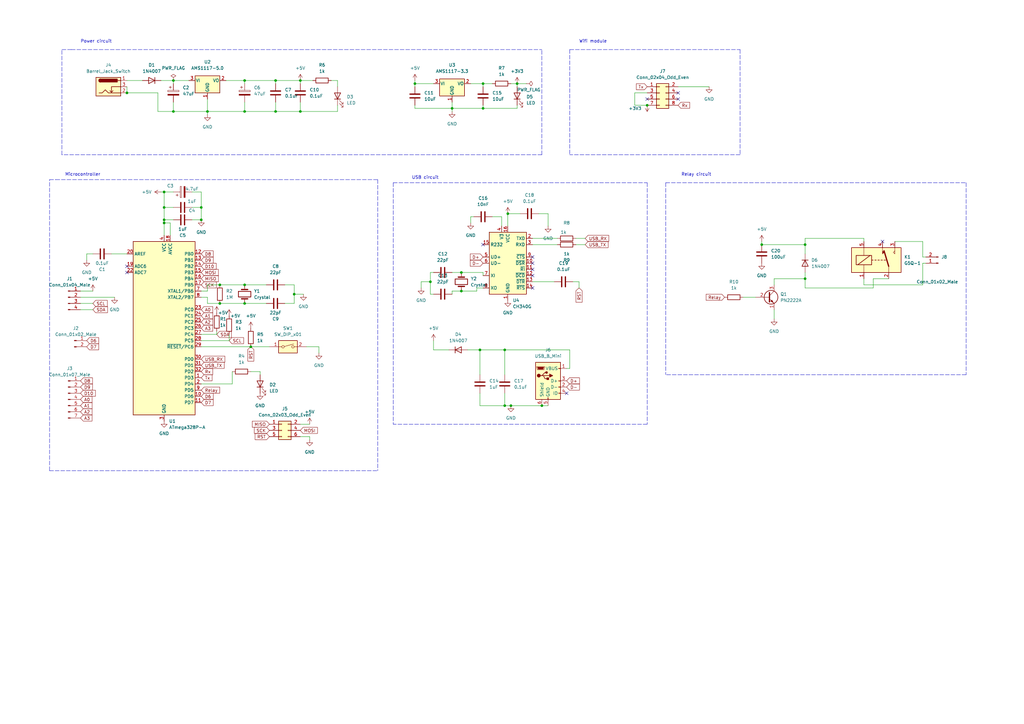
<source format=kicad_sch>
(kicad_sch (version 20211123) (generator eeschema)
  (paper "A3")
  (lib_symbols
    (symbol "Connector:Barrel_Jack_Switch" (pin_names hide)
      (property "Reference" "J" (at 0 5.334 0))
      (property "Value" "Barrel_Jack_Switch" (at 0 -5.08 0))
      (symbol "Barrel_Jack_Switch_1_1"
        (pin passive line (at 7.62 2.54 180) (length 2.54) (name "~") (number "1"))
        (pin passive line (at 7.62 -2.54 180) (length 2.54) (name "~") (number "2"))
        (pin passive line (at 7.62 0 180) (length 2.54) (name "~") (number "3"))
      )
    )
    (symbol "Connector:Conn_01x02_Male" (pin_names (offset 1.016) hide)
      (property "Reference" "J" (at 0 2.54 0))
      (property "Value" "Conn_01x02_Male" (at 0 -5.08 0))
      (symbol "Conn_01x02_Male_1_1"
        (pin passive line (at 5.08 0 180) (length 3.81) (name "Pin_1") (number "1"))
        (pin passive line (at 5.08 -2.54 180) (length 3.81) (name "Pin_2") (number "2"))
      )
    )
    (symbol "Connector:Conn_01x04_Male" (pin_names (offset 1.016) hide)
      (property "Reference" "J" (at 0 5.08 0))
      (property "Value" "Conn_01x04_Male" (at 0 -7.62 0))
      (symbol "Conn_01x04_Male_1_1"
        (pin passive line (at 5.08 2.54 180) (length 3.81) (name "Pin_1") (number "1"))
        (pin passive line (at 5.08 0 180) (length 3.81) (name "Pin_2") (number "2"))
        (pin passive line (at 5.08 -2.54 180) (length 3.81) (name "Pin_3") (number "3"))
        (pin passive line (at 5.08 -5.08 180) (length 3.81) (name "Pin_4") (number "4"))
      )
    )
    (symbol "Connector:Conn_01x07_Male" (pin_names (offset 1.016) hide)
      (property "Reference" "J" (at 0 10.16 0))
      (property "Value" "Conn_01x07_Male" (at 0 -10.16 0))
      (symbol "Conn_01x07_Male_1_1"
        (pin passive line (at 5.08 7.62 180) (length 3.81) (name "Pin_1") (number "1"))
        (pin passive line (at 5.08 5.08 180) (length 3.81) (name "Pin_2") (number "2"))
        (pin passive line (at 5.08 2.54 180) (length 3.81) (name "Pin_3") (number "3"))
        (pin passive line (at 5.08 0 180) (length 3.81) (name "Pin_4") (number "4"))
        (pin passive line (at 5.08 -2.54 180) (length 3.81) (name "Pin_5") (number "5"))
        (pin passive line (at 5.08 -5.08 180) (length 3.81) (name "Pin_6") (number "6"))
        (pin passive line (at 5.08 -7.62 180) (length 3.81) (name "Pin_7") (number "7"))
      )
    )
    (symbol "Connector:USB_B_Mini" (pin_names (offset 1.016))
      (property "Reference" "J" (at -5.08 11.43 0))
      (property "Value" "USB_B_Mini" (at -5.08 8.89 0))
      (symbol "USB_B_Mini_1_1"
        (pin power_out line (at 7.62 5.08 180) (length 2.54) (name "VBUS") (number "1"))
        (pin bidirectional line (at 7.62 -2.54 180) (length 2.54) (name "D-") (number "2"))
        (pin bidirectional line (at 7.62 0 180) (length 2.54) (name "D+") (number "3"))
        (pin passive line (at 7.62 -5.08 180) (length 2.54) (name "ID") (number "4"))
        (pin power_out line (at 0 -10.16 90) (length 2.54) (name "GND") (number "5"))
        (pin passive line (at -2.54 -10.16 90) (length 2.54) (name "Shield") (number "6"))
      )
    )
    (symbol "Connector_Generic:Conn_02x03_Odd_Even" (pin_names (offset 1.016) hide)
      (property "Reference" "J" (at 1.27 5.08 0))
      (property "Value" "Conn_02x03_Odd_Even" (at 1.27 -5.08 0))
      (symbol "Conn_02x03_Odd_Even_1_1"
        (pin passive line (at -5.08 2.54 0) (length 3.81) (name "Pin_1") (number "1"))
        (pin passive line (at 7.62 2.54 180) (length 3.81) (name "Pin_2") (number "2"))
        (pin passive line (at -5.08 0 0) (length 3.81) (name "Pin_3") (number "3"))
        (pin passive line (at 7.62 0 180) (length 3.81) (name "Pin_4") (number "4"))
        (pin passive line (at -5.08 -2.54 0) (length 3.81) (name "Pin_5") (number "5"))
        (pin passive line (at 7.62 -2.54 180) (length 3.81) (name "Pin_6") (number "6"))
      )
    )
    (symbol "Connector_Generic:Conn_02x04_Odd_Even" (pin_names (offset 1.016) hide)
      (property "Reference" "J" (at 1.27 5.08 0))
      (property "Value" "Conn_02x04_Odd_Even" (at 1.27 -7.62 0))
      (symbol "Conn_02x04_Odd_Even_1_1"
        (pin passive line (at -5.08 2.54 0) (length 3.81) (name "Pin_1") (number "1"))
        (pin passive line (at 7.62 2.54 180) (length 3.81) (name "Pin_2") (number "2"))
        (pin passive line (at -5.08 0 0) (length 3.81) (name "Pin_3") (number "3"))
        (pin passive line (at 7.62 0 180) (length 3.81) (name "Pin_4") (number "4"))
        (pin passive line (at -5.08 -2.54 0) (length 3.81) (name "Pin_5") (number "5"))
        (pin passive line (at 7.62 -2.54 180) (length 3.81) (name "Pin_6") (number "6"))
        (pin passive line (at -5.08 -5.08 0) (length 3.81) (name "Pin_7") (number "7"))
        (pin passive line (at 7.62 -5.08 180) (length 3.81) (name "Pin_8") (number "8"))
      )
    )
    (symbol "Device:C" (pin_numbers hide) (pin_names (offset 0.254))
      (property "Reference" "C" (at 0.635 2.54 0))
      (property "Value" "C" (at 0.635 -2.54 0))
      (symbol "C_1_1"
        (pin passive line (at 0 3.81 270) (length 2.794) (name "~") (number "1"))
        (pin passive line (at 0 -3.81 90) (length 2.794) (name "~") (number "2"))
      )
    )
    (symbol "Device:C_Polarized" (pin_numbers hide) (pin_names (offset 0.254))
      (property "Reference" "C" (at 0.635 2.54 0))
      (property "Value" "C_Polarized" (at 0.635 -2.54 0))
      (symbol "C_Polarized_1_1"
        (pin passive line (at 0 3.81 270) (length 2.794) (name "~") (number "1"))
        (pin passive line (at 0 -3.81 90) (length 2.794) (name "~") (number "2"))
      )
    )
    (symbol "Device:Crystal" (pin_numbers hide) (pin_names (offset 1.016) hide)
      (property "Reference" "Y" (at 0 3.81 0))
      (property "Value" "Crystal" (at 0 -3.81 0))
      (symbol "Crystal_1_1"
        (pin passive line (at -3.81 0 0) (length 1.27) (name "1") (number "1"))
        (pin passive line (at 3.81 0 180) (length 1.27) (name "2") (number "2"))
      )
    )
    (symbol "Device:LED" (pin_numbers hide) (pin_names (offset 1.016) hide)
      (property "Reference" "D" (at 0 2.54 0))
      (property "Value" "LED" (at 0 -2.54 0))
      (symbol "LED_1_1"
        (pin passive line (at -3.81 0 0) (length 2.54) (name "K") (number "1"))
        (pin passive line (at 3.81 0 180) (length 2.54) (name "A") (number "2"))
      )
    )
    (symbol "Device:R" (pin_numbers hide) (pin_names (offset 0))
      (property "Reference" "R" (at 2.032 0 90))
      (property "Value" "R" (at 0 0 90))
      (symbol "R_1_1"
        (pin passive line (at 0 3.81 270) (length 1.27) (name "~") (number "1"))
        (pin passive line (at 0 -3.81 90) (length 1.27) (name "~") (number "2"))
      )
    )
    (symbol "Diode:1N4007" (pin_numbers hide) (pin_names (offset 1.016) hide)
      (property "Reference" "D" (at 0 2.54 0))
      (property "Value" "1N4007" (at 0 -2.54 0))
      (symbol "1N4007_1_1"
        (pin passive line (at -3.81 0 0) (length 2.54) (name "K") (number "1"))
        (pin passive line (at 3.81 0 180) (length 2.54) (name "A") (number "2"))
      )
    )
    (symbol "Interface_USB:CH340G"
      (property "Reference" "U" (at -5.08 13.97 0))
      (property "Value" "CH340G" (at 1.27 13.97 0))
      (symbol "CH340G_1_1"
        (pin power_in line (at 0 -15.24 90) (length 2.54) (name "GND") (number "1"))
        (pin input line (at 10.16 0 180) (length 2.54) (name "~{DSR}") (number "10"))
        (pin input line (at 10.16 -2.54 180) (length 2.54) (name "~{RI}") (number "11"))
        (pin input line (at 10.16 -5.08 180) (length 2.54) (name "~{DCD}") (number "12"))
        (pin output line (at 10.16 -7.62 180) (length 2.54) (name "~{DTR}") (number "13"))
        (pin output line (at 10.16 -10.16 180) (length 2.54) (name "~{RTS}") (number "14"))
        (pin input line (at -10.16 7.62 0) (length 2.54) (name "R232") (number "15"))
        (pin power_in line (at 0 15.24 270) (length 2.54) (name "VCC") (number "16"))
        (pin output line (at 10.16 10.16 180) (length 2.54) (name "TXD") (number "2"))
        (pin input line (at 10.16 7.62 180) (length 2.54) (name "RXD") (number "3"))
        (pin passive line (at -2.54 15.24 270) (length 2.54) (name "V3") (number "4"))
        (pin bidirectional line (at -10.16 2.54 0) (length 2.54) (name "UD+") (number "5"))
        (pin bidirectional line (at -10.16 0 0) (length 2.54) (name "UD-") (number "6"))
        (pin input line (at -10.16 -5.08 0) (length 2.54) (name "XI") (number "7"))
        (pin output line (at -10.16 -10.16 0) (length 2.54) (name "XO") (number "8"))
        (pin input line (at 10.16 2.54 180) (length 2.54) (name "~{CTS}") (number "9"))
      )
    )
    (symbol "MCU_Microchip_ATmega:ATmega328P-A"
      (property "Reference" "U" (at -12.7 36.83 0))
      (property "Value" "ATmega328P-A" (at 2.54 -36.83 0))
      (symbol "ATmega328P-A_1_1"
        (pin bidirectional line (at 15.24 -20.32 180) (length 2.54) (name "PD3") (number "1"))
        (pin bidirectional line (at 15.24 -27.94 180) (length 2.54) (name "PD6") (number "10"))
        (pin bidirectional line (at 15.24 -30.48 180) (length 2.54) (name "PD7") (number "11"))
        (pin bidirectional line (at 15.24 30.48 180) (length 2.54) (name "PB0") (number "12"))
        (pin bidirectional line (at 15.24 27.94 180) (length 2.54) (name "PB1") (number "13"))
        (pin bidirectional line (at 15.24 25.4 180) (length 2.54) (name "PB2") (number "14"))
        (pin bidirectional line (at 15.24 22.86 180) (length 2.54) (name "PB3") (number "15"))
        (pin bidirectional line (at 15.24 20.32 180) (length 2.54) (name "PB4") (number "16"))
        (pin bidirectional line (at 15.24 17.78 180) (length 2.54) (name "PB5") (number "17"))
        (pin power_in line (at 2.54 38.1 270) (length 2.54) (name "AVCC") (number "18"))
        (pin input line (at -15.24 25.4 0) (length 2.54) (name "ADC6") (number "19"))
        (pin bidirectional line (at 15.24 -22.86 180) (length 2.54) (name "PD4") (number "2"))
        (pin passive line (at -15.24 30.48 0) (length 2.54) (name "AREF") (number "20"))
        (pin passive line (at 0 -38.1 90) (length 2.54) hide (name "GND") (number "21"))
        (pin input line (at -15.24 22.86 0) (length 2.54) (name "ADC7") (number "22"))
        (pin bidirectional line (at 15.24 7.62 180) (length 2.54) (name "PC0") (number "23"))
        (pin bidirectional line (at 15.24 5.08 180) (length 2.54) (name "PC1") (number "24"))
        (pin bidirectional line (at 15.24 2.54 180) (length 2.54) (name "PC2") (number "25"))
        (pin bidirectional line (at 15.24 0 180) (length 2.54) (name "PC3") (number "26"))
        (pin bidirectional line (at 15.24 -2.54 180) (length 2.54) (name "PC4") (number "27"))
        (pin bidirectional line (at 15.24 -5.08 180) (length 2.54) (name "PC5") (number "28"))
        (pin bidirectional line (at 15.24 -7.62 180) (length 2.54) (name "~{RESET}/PC6") (number "29"))
        (pin power_in line (at 0 -38.1 90) (length 2.54) (name "GND") (number "3"))
        (pin bidirectional line (at 15.24 -12.7 180) (length 2.54) (name "PD0") (number "30"))
        (pin bidirectional line (at 15.24 -15.24 180) (length 2.54) (name "PD1") (number "31"))
        (pin bidirectional line (at 15.24 -17.78 180) (length 2.54) (name "PD2") (number "32"))
        (pin power_in line (at 0 38.1 270) (length 2.54) (name "VCC") (number "4"))
        (pin passive line (at 0 -38.1 90) (length 2.54) hide (name "GND") (number "5"))
        (pin passive line (at 0 38.1 270) (length 2.54) hide (name "VCC") (number "6"))
        (pin bidirectional line (at 15.24 15.24 180) (length 2.54) (name "XTAL1/PB6") (number "7"))
        (pin bidirectional line (at 15.24 12.7 180) (length 2.54) (name "XTAL2/PB7") (number "8"))
        (pin bidirectional line (at 15.24 -25.4 180) (length 2.54) (name "PD5") (number "9"))
      )
    )
    (symbol "Regulator_Linear:AMS1117-3.3" (pin_names (offset 0.254))
      (property "Reference" "U" (at -3.81 3.175 0))
      (property "Value" "AMS1117-3.3" (at 0 3.175 0))
      (symbol "AMS1117-3.3_1_1"
        (pin power_in line (at 0 -7.62 90) (length 2.54) (name "GND") (number "1"))
        (pin power_out line (at 7.62 0 180) (length 2.54) (name "VO") (number "2"))
        (pin power_in line (at -7.62 0 0) (length 2.54) (name "VI") (number "3"))
      )
    )
    (symbol "Regulator_Linear:AMS1117-5.0" (pin_names (offset 0.254))
      (property "Reference" "U" (at -3.81 3.175 0))
      (property "Value" "AMS1117-5.0" (at 0 3.175 0))
      (symbol "AMS1117-5.0_1_1"
        (pin power_in line (at 0 -7.62 90) (length 2.54) (name "GND") (number "1"))
        (pin power_out line (at 7.62 0 180) (length 2.54) (name "VO") (number "2"))
        (pin power_in line (at -7.62 0 0) (length 2.54) (name "VI") (number "3"))
      )
    )
    (symbol "Relay:G5Q-1"
      (property "Reference" "K" (at 11.43 3.81 0))
      (property "Value" "G5Q-1" (at 11.43 1.27 0))
      (symbol "G5Q-1_1_1"
        (pin passive line (at -5.08 -7.62 90) (length 2.54) (name "~") (number "1"))
        (pin passive line (at 5.08 -7.62 90) (length 2.54) (name "~") (number "2"))
        (pin passive line (at 7.62 7.62 270) (length 2.54) (name "~") (number "3"))
        (pin passive line (at 2.54 7.62 270) (length 2.54) (name "~") (number "4"))
        (pin passive line (at -5.08 7.62 270) (length 2.54) (name "~") (number "5"))
      )
    )
    (symbol "Switch:SW_DIP_x01" (pin_names (offset 0) hide)
      (property "Reference" "SW" (at 0 3.81 0))
      (property "Value" "SW_DIP_x01" (at 0 -3.81 0))
      (symbol "SW_DIP_x01_1_1"
        (pin passive line (at -7.62 0 0) (length 5.08) (name "~") (number "1"))
        (pin passive line (at 7.62 0 180) (length 5.08) (name "~") (number "2"))
      )
    )
    (symbol "Transistor_BJT:PN2222A" (pin_names (offset 0) hide)
      (property "Reference" "Q" (at 5.08 1.905 0))
      (property "Value" "PN2222A" (at 5.08 0 0))
      (symbol "PN2222A_1_1"
        (pin passive line (at 2.54 -5.08 90) (length 2.54) (name "E") (number "1"))
        (pin input line (at -5.08 0 0) (length 5.08) (name "B") (number "2"))
        (pin passive line (at 2.54 5.08 270) (length 2.54) (name "C") (number "3"))
      )
    )
    (symbol "power:+3.3V" (power) (pin_names (offset 0))
      (property "Value" "+3.3V" (at 0 3.556 0))
      (symbol "+3.3V_1_1"
        (pin power_in line (at 0 0 90) (length 0) hide (name "+3V3") (number "1"))
      )
    )
    (symbol "power:+5V" (power) (pin_names (offset 0))
      (property "Value" "+5V" (at 0 3.556 0))
      (symbol "+5V_1_1"
        (pin power_in line (at 0 0 90) (length 0) hide (name "+5V") (number "1"))
      )
    )
    (symbol "power:GND" (power) (pin_names (offset 0))
      (property "Value" "GND" (at 0 -3.81 0))
      (symbol "GND_1_1"
        (pin power_in line (at 0 0 270) (length 0) hide (name "GND") (number "1"))
      )
    )
    (symbol "power:PWR_FLAG" (power) (pin_numbers hide) (pin_names (offset 0) hide)
      (property "Value" "PWR_FLAG" (at 0 3.81 0))
      (symbol "PWR_FLAG_0_0"
        (pin power_out line (at 0 0 90) (length 0) (name "pwr") (number "1"))
      )
    )
  )
  (junction (at 265.43 43.18))
  (junction (at 198.12 34.29))
  (junction (at 52.07 38.1))
  (junction (at 170.18 34.29))
  (junction (at 67.31 90.17))
  (junction (at 82.55 85.09))
  (junction (at 67.31 85.09))
  (junction (at 100.33 45.72))
  (junction (at 90.17 116.84))
  (junction (at 189.23 111.76))
  (junction (at 123.19 33.02))
  (junction (at 196.85 143.51))
  (junction (at 198.12 44.45))
  (junction (at 82.55 90.17))
  (junction (at 85.09 45.72))
  (junction (at 113.03 45.72))
  (junction (at 71.12 45.72))
  (junction (at 207.01 143.51))
  (junction (at 67.31 91.44))
  (junction (at 100.33 116.84))
  (junction (at 113.03 33.02))
  (junction (at 71.12 33.02))
  (junction (at 189.23 119.38))
  (junction (at 100.33 124.46))
  (junction (at 330.2 114.3))
  (junction (at 209.55 166.37))
  (junction (at 102.87 142.24))
  (junction (at 176.53 115.57))
  (junction (at 90.17 124.46))
  (junction (at 120.65 120.65))
  (junction (at 100.33 33.02))
  (junction (at 312.42 100.33))
  (junction (at 123.19 45.72))
  (junction (at 212.09 34.29))
  (junction (at 67.31 78.74))
  (junction (at 208.28 87.63))
  (junction (at 207.01 166.37))
  (junction (at 330.2 100.33))
  (junction (at 222.25 166.37))
  (junction (at 185.42 44.45))
  (no_connect (at 278.13 38.1))
  (no_connect (at 278.13 40.64))
  (no_connect (at 52.07 109.22))
  (no_connect (at 218.44 110.49))
  (no_connect (at 52.07 111.76))
  (no_connect (at 218.44 118.11))
  (no_connect (at 198.12 100.33))
  (no_connect (at 265.43 40.64))
  (no_connect (at 218.44 107.95))
  (no_connect (at 218.44 105.41))
  (no_connect (at 232.41 161.29))
  (no_connect (at 218.44 113.03))
  (no_connect (at 361.95 99.06))
  (wire (pts (xy 67.31 90.17) (xy 71.12 90.17)))
  (wire (pts (xy 33.02 124.46) (xy 38.1 124.46)))
  (wire (pts (xy 120.65 120.65) (xy 120.65 124.46)))
  (polyline (pts (xy 273.05 74.93) (xy 273.05 153.67)))
  (wire (pts (xy 379.73 107.95) (xy 378.46 107.95)))
  (wire (pts (xy 45.72 104.14) (xy 52.07 104.14)))
  (wire (pts (xy 196.85 166.37) (xy 207.01 166.37)))
  (wire (pts (xy 196.85 143.51) (xy 207.01 143.51)))
  (wire (pts (xy 358.14 114.3) (xy 358.14 118.11)))
  (wire (pts (xy 177.8 143.51) (xy 184.15 143.51)))
  (wire (pts (xy 92.71 33.02) (xy 100.33 33.02)))
  (wire (pts (xy 212.09 34.29) (xy 212.09 35.56)))
  (wire (pts (xy 260.35 38.1) (xy 260.35 43.18)))
  (wire (pts (xy 127 179.07) (xy 127 180.34)))
  (wire (pts (xy 213.36 87.63) (xy 208.28 87.63)))
  (wire (pts (xy 195.58 118.11) (xy 198.12 118.11)))
  (wire (pts (xy 260.35 43.18) (xy 265.43 43.18)))
  (wire (pts (xy 207.01 166.37) (xy 209.55 166.37)))
  (wire (pts (xy 106.68 152.4) (xy 106.68 153.67)))
  (wire (pts (xy 120.65 116.84) (xy 120.65 120.65)))
  (polyline (pts (xy 25.4 20.32) (xy 29.21 20.32)))
  (polyline (pts (xy 20.32 193.04) (xy 154.94 193.04)))
  (wire (pts (xy 71.12 33.02) (xy 77.47 33.02)))
  (wire (pts (xy 67.31 78.74) (xy 67.31 85.09)))
  (wire (pts (xy 367.03 99.06) (xy 378.46 99.06)))
  (wire (pts (xy 172.72 115.57) (xy 172.72 118.11)))
  (wire (pts (xy 170.18 44.45) (xy 185.42 44.45)))
  (wire (pts (xy 64.77 38.1) (xy 64.77 45.72)))
  (wire (pts (xy 113.03 33.02) (xy 113.03 34.29)))
  (wire (pts (xy 205.74 88.9) (xy 205.74 92.71)))
  (wire (pts (xy 209.55 34.29) (xy 212.09 34.29)))
  (wire (pts (xy 201.93 88.9) (xy 205.74 88.9)))
  (wire (pts (xy 113.03 45.72) (xy 123.19 45.72)))
  (wire (pts (xy 237.49 115.57) (xy 237.49 118.11)))
  (wire (pts (xy 378.46 105.41) (xy 379.73 105.41)))
  (wire (pts (xy 78.74 90.17) (xy 82.55 90.17)))
  (wire (pts (xy 176.53 115.57) (xy 172.72 115.57)))
  (wire (pts (xy 196.85 153.67) (xy 196.85 143.51)))
  (wire (pts (xy 378.46 107.95) (xy 378.46 116.84)))
  (polyline (pts (xy 154.94 73.66) (xy 154.94 193.04)))
  (wire (pts (xy 198.12 43.18) (xy 198.12 44.45)))
  (wire (pts (xy 82.55 119.38) (xy 85.09 119.38)))
  (wire (pts (xy 209.55 166.37) (xy 222.25 166.37)))
  (wire (pts (xy 198.12 34.29) (xy 201.93 34.29)))
  (wire (pts (xy 123.19 33.02) (xy 123.19 34.29)))
  (wire (pts (xy 236.22 97.79) (xy 240.03 97.79)))
  (wire (pts (xy 82.55 137.16) (xy 88.9 137.16)))
  (wire (pts (xy 265.43 38.1) (xy 260.35 38.1)))
  (wire (pts (xy 193.04 88.9) (xy 193.04 91.44)))
  (wire (pts (xy 82.55 139.7) (xy 93.98 139.7)))
  (wire (pts (xy 67.31 85.09) (xy 71.12 85.09)))
  (wire (pts (xy 176.53 111.76) (xy 176.53 115.57)))
  (wire (pts (xy 88.9 135.89) (xy 88.9 137.16)))
  (wire (pts (xy 224.79 87.63) (xy 224.79 92.71)))
  (wire (pts (xy 102.87 142.24) (xy 110.49 142.24)))
  (wire (pts (xy 90.17 124.46) (xy 100.33 124.46)))
  (wire (pts (xy 191.77 143.51) (xy 196.85 143.51)))
  (wire (pts (xy 66.04 78.74) (xy 67.31 78.74)))
  (wire (pts (xy 312.42 100.33) (xy 330.2 100.33)))
  (wire (pts (xy 123.19 45.72) (xy 138.43 45.72)))
  (wire (pts (xy 189.23 119.38) (xy 185.42 119.38)))
  (wire (pts (xy 207.01 161.29) (xy 207.01 166.37)))
  (polyline (pts (xy 222.25 63.5) (xy 25.4 63.5)))
  (polyline (pts (xy 265.43 173.99) (xy 161.29 173.99)))
  (wire (pts (xy 67.31 96.52) (xy 67.31 91.44)))
  (wire (pts (xy 33.02 119.38) (xy 38.1 119.38)))
  (wire (pts (xy 85.09 121.92) (xy 85.09 124.46)))
  (wire (pts (xy 138.43 45.72) (xy 138.43 43.18)))
  (wire (pts (xy 113.03 41.91) (xy 113.03 45.72)))
  (wire (pts (xy 123.19 45.72) (xy 123.19 41.91)))
  (wire (pts (xy 82.55 78.74) (xy 82.55 85.09)))
  (wire (pts (xy 100.33 33.02) (xy 100.33 34.29)))
  (wire (pts (xy 185.42 111.76) (xy 189.23 111.76)))
  (polyline (pts (xy 25.4 63.5) (xy 25.4 20.32)))
  (wire (pts (xy 170.18 33.02) (xy 170.18 34.29)))
  (polyline (pts (xy 22.86 73.66) (xy 154.94 73.66)))
  (wire (pts (xy 33.02 127) (xy 38.1 127)))
  (wire (pts (xy 218.44 100.33) (xy 228.6 100.33)))
  (wire (pts (xy 85.09 124.46) (xy 90.17 124.46)))
  (wire (pts (xy 304.8 121.92) (xy 309.88 121.92)))
  (wire (pts (xy 176.53 111.76) (xy 177.8 111.76)))
  (wire (pts (xy 330.2 100.33) (xy 330.2 104.14)))
  (wire (pts (xy 33.02 121.92) (xy 46.99 121.92)))
  (wire (pts (xy 176.53 115.57) (xy 176.53 120.65)))
  (wire (pts (xy 234.95 115.57) (xy 237.49 115.57)))
  (wire (pts (xy 66.04 33.02) (xy 71.12 33.02)))
  (polyline (pts (xy 222.25 63.5) (xy 222.25 20.32)))
  (wire (pts (xy 354.33 116.84) (xy 378.46 116.84)))
  (wire (pts (xy 71.12 41.91) (xy 71.12 45.72)))
  (wire (pts (xy 317.5 116.84) (xy 317.5 114.3)))
  (wire (pts (xy 71.12 45.72) (xy 85.09 45.72)))
  (wire (pts (xy 82.55 142.24) (xy 102.87 142.24)))
  (wire (pts (xy 354.33 114.3) (xy 354.33 116.84)))
  (wire (pts (xy 212.09 43.18) (xy 212.09 44.45)))
  (wire (pts (xy 189.23 111.76) (xy 198.12 111.76)))
  (wire (pts (xy 233.68 151.13) (xy 233.68 143.51)))
  (polyline (pts (xy 396.24 74.93) (xy 396.24 153.67)))
  (wire (pts (xy 100.33 116.84) (xy 109.22 116.84)))
  (wire (pts (xy 170.18 34.29) (xy 170.18 35.56)))
  (wire (pts (xy 85.09 116.84) (xy 90.17 116.84)))
  (polyline (pts (xy 303.53 63.5) (xy 233.68 63.5)))
  (polyline (pts (xy 161.29 74.93) (xy 161.29 173.99)))
  (wire (pts (xy 195.58 118.11) (xy 195.58 119.38)))
  (wire (pts (xy 52.07 38.1) (xy 64.77 38.1)))
  (wire (pts (xy 113.03 33.02) (xy 123.19 33.02)))
  (wire (pts (xy 218.44 97.79) (xy 228.6 97.79)))
  (wire (pts (xy 82.55 85.09) (xy 82.55 90.17)))
  (wire (pts (xy 198.12 111.76) (xy 198.12 113.03)))
  (wire (pts (xy 312.42 99.06) (xy 312.42 100.33)))
  (polyline (pts (xy 29.21 20.32) (xy 222.25 20.32)))
  (wire (pts (xy 222.25 166.37) (xy 224.79 166.37)))
  (wire (pts (xy 138.43 33.02) (xy 138.43 35.56)))
  (wire (pts (xy 82.55 121.92) (xy 85.09 121.92)))
  (wire (pts (xy 317.5 114.3) (xy 330.2 114.3)))
  (wire (pts (xy 330.2 118.11) (xy 358.14 118.11)))
  (wire (pts (xy 185.42 119.38) (xy 185.42 120.65)))
  (polyline (pts (xy 273.05 74.93) (xy 396.24 74.93)))
  (wire (pts (xy 116.84 116.84) (xy 120.65 116.84)))
  (wire (pts (xy 100.33 41.91) (xy 100.33 45.72)))
  (wire (pts (xy 90.17 116.84) (xy 100.33 116.84)))
  (polyline (pts (xy 233.68 20.32) (xy 303.53 20.32)))
  (wire (pts (xy 123.19 179.07) (xy 127 179.07)))
  (wire (pts (xy 67.31 91.44) (xy 69.85 91.44)))
  (polyline (pts (xy 303.53 20.32) (xy 303.53 63.5)))
  (wire (pts (xy 64.77 45.72) (xy 71.12 45.72)))
  (wire (pts (xy 69.85 91.44) (xy 69.85 96.52)))
  (polyline (pts (xy 396.24 153.67) (xy 273.05 153.67)))
  (wire (pts (xy 177.8 139.7) (xy 177.8 143.51)))
  (wire (pts (xy 207.01 143.51) (xy 207.01 153.67)))
  (polyline (pts (xy 233.68 20.32) (xy 233.68 63.5)))
  (wire (pts (xy 100.33 33.02) (xy 113.03 33.02)))
  (wire (pts (xy 170.18 34.29) (xy 177.8 34.29)))
  (wire (pts (xy 52.07 35.56) (xy 52.07 38.1)))
  (wire (pts (xy 85.09 119.38) (xy 85.09 116.84)))
  (wire (pts (xy 278.13 35.56) (xy 290.83 35.56)))
  (wire (pts (xy 95.25 157.48) (xy 82.55 157.48)))
  (wire (pts (xy 176.53 120.65) (xy 177.8 120.65)))
  (wire (pts (xy 95.25 152.4) (xy 95.25 157.48)))
  (wire (pts (xy 100.33 45.72) (xy 113.03 45.72)))
  (wire (pts (xy 378.46 99.06) (xy 378.46 105.41)))
  (wire (pts (xy 93.98 139.7) (xy 93.98 137.16)))
  (wire (pts (xy 125.73 142.24) (xy 130.81 142.24)))
  (wire (pts (xy 208.28 87.63) (xy 208.28 92.71)))
  (wire (pts (xy 123.19 33.02) (xy 128.27 33.02)))
  (wire (pts (xy 233.68 143.51) (xy 207.01 143.51)))
  (polyline (pts (xy 161.29 74.93) (xy 265.43 74.93)))
  (wire (pts (xy 67.31 85.09) (xy 67.31 90.17)))
  (wire (pts (xy 195.58 119.38) (xy 189.23 119.38)))
  (polyline (pts (xy 265.43 74.93) (xy 265.43 173.99)))
  (wire (pts (xy 35.56 104.14) (xy 35.56 106.68)))
  (polyline (pts (xy 20.32 193.04) (xy 20.32 73.66)))
  (wire (pts (xy 185.42 44.45) (xy 185.42 45.72)))
  (wire (pts (xy 193.04 34.29) (xy 198.12 34.29)))
  (wire (pts (xy 196.85 161.29) (xy 196.85 166.37)))
  (wire (pts (xy 317.5 127) (xy 317.5 130.81)))
  (wire (pts (xy 78.74 85.09) (xy 82.55 85.09)))
  (wire (pts (xy 330.2 118.11) (xy 330.2 114.3)))
  (wire (pts (xy 67.31 90.17) (xy 67.31 91.44)))
  (wire (pts (xy 52.07 33.02) (xy 58.42 33.02)))
  (wire (pts (xy 198.12 44.45) (xy 185.42 44.45)))
  (wire (pts (xy 130.81 142.24) (xy 130.81 144.78)))
  (wire (pts (xy 85.09 45.72) (xy 100.33 45.72)))
  (wire (pts (xy 85.09 40.64) (xy 85.09 45.72)))
  (wire (pts (xy 198.12 34.29) (xy 198.12 35.56)))
  (wire (pts (xy 218.44 115.57) (xy 227.33 115.57)))
  (wire (pts (xy 102.87 152.4) (xy 106.68 152.4)))
  (wire (pts (xy 185.42 44.45) (xy 185.42 41.91)))
  (wire (pts (xy 67.31 78.74) (xy 71.12 78.74)))
  (wire (pts (xy 71.12 33.02) (xy 71.12 34.29)))
  (wire (pts (xy 194.31 88.9) (xy 193.04 88.9)))
  (wire (pts (xy 135.89 33.02) (xy 138.43 33.02)))
  (wire (pts (xy 354.33 97.79) (xy 354.33 99.06)))
  (wire (pts (xy 38.1 104.14) (xy 35.56 104.14)))
  (wire (pts (xy 100.33 124.46) (xy 109.22 124.46)))
  (wire (pts (xy 330.2 97.79) (xy 354.33 97.79)))
  (polyline (pts (xy 20.32 73.66) (xy 22.86 73.66)))
  (wire (pts (xy 123.19 173.99) (xy 127 173.99)))
  (wire (pts (xy 212.09 44.45) (xy 198.12 44.45)))
  (wire (pts (xy 212.09 34.29) (xy 215.9 34.29)))
  (wire (pts (xy 236.22 100.33) (xy 240.03 100.33)))
  (wire (pts (xy 232.41 151.13) (xy 233.68 151.13)))
  (wire (pts (xy 85.09 45.72) (xy 85.09 46.99)))
  (wire (pts (xy 330.2 97.79) (xy 330.2 100.33)))
  (wire (pts (xy 170.18 43.18) (xy 170.18 44.45)))
  (wire (pts (xy 120.65 120.65) (xy 124.46 120.65)))
  (wire (pts (xy 330.2 114.3) (xy 330.2 111.76)))
  (wire (pts (xy 78.74 78.74) (xy 82.55 78.74)))
  (wire (pts (xy 364.49 114.3) (xy 358.14 114.3)))
  (wire (pts (xy 220.98 87.63) (xy 224.79 87.63)))
  (wire (pts (xy 120.65 124.46) (xy 116.84 124.46)))
  (text "Power circuit" (at 33.02 17.78 0) (effects (font (size 1.27 1.27)) (justify left bottom)))
  (text "Wifi module\n" (at 237.49 17.78 0) (effects (font (size 1.27 1.27)) (justify left bottom)))
  (text "USB circuit" (at 168.91 73.66 0) (effects (font (size 1.27 1.27)) (justify left bottom)))
  (text "Relay circuit\n" (at 279.4 72.39 0) (effects (font (size 1.27 1.27)) (justify left bottom)))
  (text "Microcontroller" (at 26.67 72.39 0) (effects (font (size 1.27 1.27)) (justify left bottom)))
  (global_label "D7" (shape input) (at 82.55 165.1 0) (property "Intersheet References" "${INTERSHEET_REFS}" (effects hide)))
  (global_label "USB_TX" (shape input) (at 82.55 149.86 0) (property "Intersheet References" "${INTERSHEET_REFS}" (effects hide)))
  (global_label "A3" (shape input) (at 82.55 134.62 0) (property "Intersheet References" "${INTERSHEET_REFS}" (effects hide)))
  (global_label "A0" (shape input) (at 33.02 163.83 0) (property "Intersheet References" "${INTERSHEET_REFS}" (effects hide)))
  (global_label "USB_RX" (shape input) (at 240.03 97.79 0) (property "Intersheet References" "${INTERSHEET_REFS}" (effects hide)))
  (global_label "D9" (shape input) (at 82.55 106.68 0) (property "Intersheet References" "${INTERSHEET_REFS}" (effects hide)))
  (global_label "SCK" (shape input) (at 110.49 176.53 180) (property "Intersheet References" "${INTERSHEET_REFS}" (effects hide)))
  (global_label "Rx" (shape input) (at 278.13 43.18 0) (property "Intersheet References" "${INTERSHEET_REFS}" (effects hide)))
  (global_label "D+" (shape input) (at 232.41 156.21 0) (property "Intersheet References" "${INTERSHEET_REFS}" (effects hide)))
  (global_label "USB_RX" (shape input) (at 82.55 147.32 0) (property "Intersheet References" "${INTERSHEET_REFS}" (effects hide)))
  (global_label "D-" (shape input) (at 198.12 107.95 180) (property "Intersheet References" "${INTERSHEET_REFS}" (effects hide)))
  (global_label "SCL" (shape input) (at 38.1 124.46 0) (property "Intersheet References" "${INTERSHEET_REFS}" (effects hide)))
  (global_label "Tx" (shape input) (at 82.55 154.94 0) (property "Intersheet References" "${INTERSHEET_REFS}" (effects hide)))
  (global_label "D7" (shape input) (at 35.56 142.24 0) (property "Intersheet References" "${INTERSHEET_REFS}" (effects hide)))
  (global_label "A1" (shape input) (at 33.02 166.37 0) (property "Intersheet References" "${INTERSHEET_REFS}" (effects hide)))
  (global_label "MISO" (shape input) (at 110.49 173.99 180) (property "Intersheet References" "${INTERSHEET_REFS}" (effects hide)))
  (global_label "D8" (shape input) (at 33.02 156.21 0) (property "Intersheet References" "${INTERSHEET_REFS}" (effects hide)))
  (global_label "Tx" (shape input) (at 265.43 35.56 180) (property "Intersheet References" "${INTERSHEET_REFS}" (effects hide)))
  (global_label "A3" (shape input) (at 33.02 171.45 0) (property "Intersheet References" "${INTERSHEET_REFS}" (effects hide)))
  (global_label "D+" (shape input) (at 198.12 105.41 180) (property "Intersheet References" "${INTERSHEET_REFS}" (effects hide)))
  (global_label "RST" (shape input) (at 237.49 118.11 270) (property "Intersheet References" "${INTERSHEET_REFS}" (effects hide)))
  (global_label "MOSI" (shape input) (at 82.55 111.76 0) (property "Intersheet References" "${INTERSHEET_REFS}" (effects hide)))
  (global_label "SDA" (shape input) (at 88.9 137.16 0) (property "Intersheet References" "${INTERSHEET_REFS}" (effects hide)))
  (global_label "SCL" (shape input) (at 93.98 139.7 0) (property "Intersheet References" "${INTERSHEET_REFS}" (effects hide)))
  (global_label "D8" (shape input) (at 82.55 104.14 0) (property "Intersheet References" "${INTERSHEET_REFS}" (effects hide)))
  (global_label "D6" (shape input) (at 82.55 162.56 0) (property "Intersheet References" "${INTERSHEET_REFS}" (effects hide)))
  (global_label "RST" (shape input) (at 102.87 142.24 270) (property "Intersheet References" "${INTERSHEET_REFS}" (effects hide)))
  (global_label "SDA" (shape input) (at 38.1 127 0) (property "Intersheet References" "${INTERSHEET_REFS}" (effects hide)))
  (global_label "D-" (shape input) (at 232.41 158.75 0) (property "Intersheet References" "${INTERSHEET_REFS}" (effects hide)))
  (global_label "A2" (shape input) (at 33.02 168.91 0) (property "Intersheet References" "${INTERSHEET_REFS}" (effects hide)))
  (global_label "A2" (shape input) (at 82.55 132.08 0) (property "Intersheet References" "${INTERSHEET_REFS}" (effects hide)))
  (global_label "D10" (shape input) (at 33.02 161.29 0) (property "Intersheet References" "${INTERSHEET_REFS}" (effects hide)))
  (global_label "RST" (shape input) (at 110.49 179.07 180) (property "Intersheet References" "${INTERSHEET_REFS}" (effects hide)))
  (global_label "D10" (shape input) (at 82.55 109.22 0) (property "Intersheet References" "${INTERSHEET_REFS}" (effects hide)))
  (global_label "SCK" (shape input) (at 82.55 116.84 0) (property "Intersheet References" "${INTERSHEET_REFS}" (effects hide)))
  (global_label "Relay" (shape input) (at 82.55 160.02 0) (property "Intersheet References" "${INTERSHEET_REFS}" (effects hide)))
  (global_label "D6" (shape input) (at 35.56 139.7 0) (property "Intersheet References" "${INTERSHEET_REFS}" (effects hide)))
  (global_label "Relay" (shape input) (at 297.18 121.92 180) (property "Intersheet References" "${INTERSHEET_REFS}" (effects hide)))
  (global_label "A1" (shape input) (at 82.55 129.54 0) (property "Intersheet References" "${INTERSHEET_REFS}" (effects hide)))
  (global_label "MISO" (shape input) (at 82.55 114.3 0) (property "Intersheet References" "${INTERSHEET_REFS}" (effects hide)))
  (global_label "MOSI" (shape input) (at 123.19 176.53 0) (property "Intersheet References" "${INTERSHEET_REFS}" (effects hide)))
  (global_label "A0" (shape input) (at 82.55 127 0) (property "Intersheet References" "${INTERSHEET_REFS}" (effects hide)))
  (global_label "Rx" (shape input) (at 82.55 152.4 0) (property "Intersheet References" "${INTERSHEET_REFS}" (effects hide)))
  (global_label "USB_TX" (shape input) (at 240.03 100.33 0) (property "Intersheet References" "${INTERSHEET_REFS}" (effects hide)))
  (global_label "D9" (shape input) (at 33.02 158.75 0) (property "Intersheet References" "${INTERSHEET_REFS}" (effects hide)))
  (symbol (lib_id "Device:LED") (at 212.09 39.37 90) (unit 1)
    (property "Reference" "D5" (at 215.9 39.6874 90) (effects (justify right)))
    (property "Value" "LED" (at 215.9 42.2274 90) (effects (justify right)))
    (property "Footprint" "LED_SMD:LED_0603_1608Metric" (effects hide))
  )
  (symbol (lib_id "power:GND") (at 312.42 107.95 0) (unit 1)
    (property "Reference" "#PWR030" (effects hide))
    (property "Value" "GND" (at 312.42 113.03 0))
  )
  (symbol (lib_id "power:GND") (at 82.55 90.17 0) (unit 1)
    (property "Reference" "#PWR06" (effects hide))
    (property "Value" "GND" (at 82.55 95.25 0))
  )
  (symbol (lib_id "Diode:1N4007") (at 62.23 33.02 180) (unit 1)
    (property "Reference" "D1" (at 62.23 26.67 0))
    (property "Value" "1N4007" (at 62.23 29.21 0))
    (property "Footprint" "Diode_SMD:D_SOD-123" (effects hide))
    (property "Datasheet" "http://www.vishay.com/docs/88503/1n4001.pdf" (effects hide))
  )
  (symbol (lib_id "Device:C") (at 74.93 90.17 90) (unit 1)
    (property "Reference" "C5" (at 74.93 96.52 90))
    (property "Value" "1uF" (at 74.93 93.98 90))
    (property "Footprint" "Capacitor_SMD:C_0805_2012Metric" (effects hide))
  )
  (symbol (lib_id "Device:R") (at 88.9 132.08 180) (unit 1)
    (property "Reference" "R1" (at 90.17 130.81 0) (effects (justify right)))
    (property "Value" "1k" (at 90.17 133.35 0) (effects (justify right)))
    (property "Footprint" "Resistor_SMD:R_0805_2012Metric" (effects hide))
  )
  (symbol (lib_id "power:+3.3V") (at 212.09 34.29 0) (unit 1)
    (property "Reference" "#PWR025" (effects hide))
    (property "Value" "+3.3V" (at 212.09 29.21 0))
  )
  (symbol (lib_id "power:GND") (at 208.28 123.19 0) (unit 1)
    (property "Reference" "#PWR023" (effects hide))
    (property "Value" "GND" (at 208.28 128.27 0))
  )
  (symbol (lib_id "power:GND") (at 224.79 92.71 0) (unit 1)
    (property "Reference" "#PWR026" (effects hide))
    (property "Value" "GND" (at 224.79 97.79 0))
  )
  (symbol (lib_id "Connector:Conn_01x02_Male") (at 30.48 139.7 0) (unit 1)
    (property "Reference" "J2" (at 31.115 134.62 0))
    (property "Value" "Conn_01x02_Male" (at 31.115 137.16 0))
    (property "Footprint" "Connector_PinHeader_2.54mm:PinHeader_1x02_P2.54mm_Vertical" (effects hide))
  )
  (symbol (lib_id "Device:R") (at 99.06 152.4 270) (unit 1)
    (property "Reference" "R4" (at 99.06 146.05 90))
    (property "Value" "1k" (at 99.06 148.59 90))
    (property "Footprint" "Resistor_SMD:R_0805_2012Metric" (effects hide))
  )
  (symbol (lib_id "Transistor_BJT:PN2222A") (at 314.96 121.92 0) (unit 1)
    (property "Reference" "Q1" (at 320.04 120.6499 0) (effects (justify left)))
    (property "Value" "PN2222A" (at 320.04 123.1899 0) (effects (justify left)))
    (property "Footprint" "Package_TO_SOT_THT:TO-92_Inline" (effects hide))
    (property "Datasheet" "https://www.onsemi.com/pub/Collateral/PN2222-D.PDF" (effects hide))
  )
  (symbol (lib_id "Connector:Barrel_Jack_Switch") (at 44.45 35.56 0) (unit 1)
    (property "Reference" "J4" (at 44.45 26.67 0))
    (property "Value" "Barrel_Jack_Switch" (at 44.45 29.21 0))
    (property "Footprint" "Connector_BarrelJack:BarrelJack_Horizontal" (effects hide))
  )
  (symbol (lib_id "Device:C") (at 198.12 88.9 90) (unit 1)
    (property "Reference" "C16" (at 198.12 81.28 90))
    (property "Value" "10nF" (at 198.12 83.82 90))
    (property "Footprint" "Capacitor_SMD:C_0805_2012Metric" (effects hide))
  )
  (symbol (lib_id "power:GND") (at 130.81 144.78 0) (unit 1)
    (property "Reference" "#PWR016" (effects hide))
    (property "Value" "GND" (at 130.81 149.86 0))
  )
  (symbol (lib_id "Device:R") (at 232.41 100.33 90) (unit 1)
    (property "Reference" "R9" (at 232.41 106.68 90))
    (property "Value" "1k" (at 232.41 104.14 90))
    (property "Footprint" "Resistor_SMD:R_0805_2012Metric" (effects hide))
  )
  (symbol (lib_id "Interface_USB:CH340G") (at 208.28 107.95 0) (unit 1)
    (property "Reference" "U4" (at 210.2994 123.19 0) (effects (justify left)))
    (property "Value" "CH340G" (at 210.2994 125.73 0) (effects (justify left)))
    (property "Footprint" "Package_SO:SOIC-16_3.9x9.9mm_P1.27mm" (effects hide))
    (property "Datasheet" "http://www.datasheet5.com/pdf-local-2195953" (effects hide))
  )
  (symbol (lib_id "power:GND") (at 106.68 161.29 0) (unit 1)
    (property "Reference" "#PWR011" (effects hide))
    (property "Value" "GND" (at 106.68 166.37 0))
  )
  (symbol (lib_id "power:GND") (at 46.99 121.92 0) (unit 1)
    (property "Reference" "#PWR03" (effects hide))
    (property "Value" "GND" (at 46.99 127 0))
  )
  (symbol (lib_id "power:PWR_FLAG") (at 71.12 33.02 0) (unit 1)
    (property "Reference" "#FLG01" (effects hide))
    (property "Value" "PWR_FLAG" (at 71.12 27.94 0))
  )
  (symbol (lib_id "power:+5V") (at 177.8 139.7 0) (unit 1)
    (property "Reference" "#PWR019" (effects hide))
    (property "Value" "+5V" (at 177.8 134.62 0))
  )
  (symbol (lib_id "power:+5V") (at 312.42 99.06 0) (unit 1)
    (property "Reference" "#PWR029" (effects hide))
    (property "Value" "+5V" (at 312.42 93.98 0))
  )
  (symbol (lib_id "Device:C") (at 231.14 115.57 90) (unit 1)
    (property "Reference" "C19" (at 231.14 107.95 90))
    (property "Value" "0.1uF" (at 231.14 110.49 90))
    (property "Footprint" "Capacitor_SMD:C_0805_2012Metric" (effects hide))
  )
  (symbol (lib_id "power:+5V") (at 66.04 78.74 90) (unit 1)
    (property "Reference" "#PWR04" (effects hide))
    (property "Value" "+5V" (at 62.23 78.7399 90) (effects (justify left)))
  )
  (symbol (lib_id "Device:C") (at 181.61 111.76 90) (unit 1)
    (property "Reference" "C12" (at 181.61 104.14 90))
    (property "Value" "22pF" (at 181.61 106.68 90))
    (property "Footprint" "Capacitor_SMD:C_0805_2012Metric" (effects hide))
  )
  (symbol (lib_id "Device:C") (at 170.18 39.37 0) (unit 1)
    (property "Reference" "C11" (at 173.99 38.0999 0) (effects (justify left)))
    (property "Value" "10uF" (at 173.99 40.6399 0) (effects (justify left)))
    (property "Footprint" "Capacitor_SMD:C_0805_2012Metric" (effects hide))
  )
  (symbol (lib_id "Device:C") (at 123.19 38.1 0) (unit 1)
    (property "Reference" "C10" (at 127 36.8299 0) (effects (justify left)))
    (property "Value" "0.1uF" (at 127 39.3699 0) (effects (justify left)))
    (property "Footprint" "Capacitor_SMD:C_0805_2012Metric" (effects hide))
  )
  (symbol (lib_id "Diode:1N4007") (at 187.96 143.51 0) (unit 1)
    (property "Reference" "D4" (at 187.96 137.16 0))
    (property "Value" "1N4007" (at 187.96 139.7 0))
    (property "Footprint" "Diode_SMD:D_SOD-123" (effects hide))
    (property "Datasheet" "http://www.vishay.com/docs/88503/1n4001.pdf" (effects hide))
  )
  (symbol (lib_id "power:GND") (at 124.46 120.65 0) (unit 1)
    (property "Reference" "#PWR013" (effects hide))
    (property "Value" "GND" (at 124.46 125.73 0))
  )
  (symbol (lib_id "Relay:G5Q-1") (at 359.41 106.68 0) (unit 1)
    (property "Reference" "K1" (at 370.84 105.4099 0) (effects (justify left)))
    (property "Value" "G5Q-1" (at 370.84 107.9499 0) (effects (justify left)))
    (property "Footprint" "Relay_THT:Relay_SPDT_SANYOU_SRD_Series_Form_C" (effects hide))
    (property "Datasheet" "https://www.omron.com/ecb/products/pdf/en-g5q.pdf" (effects hide))
  )
  (symbol (lib_id "power:+5V") (at 88.9 128.27 0) (unit 1)
    (property "Reference" "#PWR08" (effects hide))
    (property "Value" "+5V" (at 91.44 128.27 0))
  )
  (symbol (lib_id "Device:Crystal") (at 189.23 115.57 90) (unit 1)
    (property "Reference" "Y2" (at 193.04 114.2999 90) (effects (justify right)))
    (property "Value" "Crystal" (at 193.04 116.8399 90) (effects (justify right)))
    (property "Footprint" "Crystal:Crystal_HC49-4H_Vertical" (effects hide))
  )
  (symbol (lib_id "power:GND") (at 85.09 46.99 0) (unit 1)
    (property "Reference" "#PWR07" (effects hide))
    (property "Value" "GND" (at 85.09 52.07 0))
  )
  (symbol (lib_id "Device:C") (at 196.85 157.48 180) (unit 1)
    (property "Reference" "C14" (at 200.66 156.2099 0) (effects (justify right)))
    (property "Value" "1uF" (at 200.66 158.7499 0) (effects (justify right)))
    (property "Footprint" "Capacitor_SMD:C_0805_2012Metric" (effects hide))
  )
  (symbol (lib_id "Device:C") (at 181.61 120.65 90) (unit 1)
    (property "Reference" "C13" (at 181.61 113.03 90))
    (property "Value" "22pF" (at 181.61 115.57 90))
    (property "Footprint" "Capacitor_SMD:C_0805_2012Metric" (effects hide))
  )
  (symbol (lib_id "Device:LED") (at 106.68 157.48 90) (unit 1)
    (property "Reference" "D2" (at 110.49 157.7974 90) (effects (justify right)))
    (property "Value" "LED" (at 110.49 160.3374 90) (effects (justify right)))
    (property "Footprint" "LED_SMD:LED_0603_1608Metric" (effects hide))
  )
  (symbol (lib_id "power:GND") (at 67.31 172.72 0) (unit 1)
    (property "Reference" "#PWR05" (effects hide))
    (property "Value" "GND" (at 67.31 177.8 0))
  )
  (symbol (lib_id "power:GND") (at 35.56 106.68 0) (unit 1)
    (property "Reference" "#PWR01" (effects hide))
    (property "Value" "GND" (at 35.56 111.76 0))
  )
  (symbol (lib_id "power:+3.3V") (at 265.43 43.18 180) (unit 1)
    (property "Reference" "#PWR027" (effects hide))
    (property "Value" "+3.3V" (at 257.81 44.45 0) (effects (justify right)))
  )
  (symbol (lib_id "power:GND") (at 185.42 45.72 0) (unit 1)
    (property "Reference" "#PWR020" (effects hide))
    (property "Value" "GND" (at 185.42 50.8 0))
  )
  (symbol (lib_id "Device:C") (at 113.03 116.84 90) (unit 1)
    (property "Reference" "C8" (at 113.03 109.22 90))
    (property "Value" "22pF" (at 113.03 111.76 90))
    (property "Footprint" "Capacitor_SMD:C_0805_2012Metric" (effects hide))
  )
  (symbol (lib_id "power:+5V") (at 208.28 87.63 0) (unit 1)
    (property "Reference" "#PWR022" (effects hide))
    (property "Value" "+5V" (at 208.28 82.55 0))
  )
  (symbol (lib_id "Device:C") (at 198.12 39.37 0) (unit 1)
    (property "Reference" "C15" (at 201.93 38.0999 0) (effects (justify left)))
    (property "Value" "10uF" (at 201.93 40.6399 0) (effects (justify left)))
    (property "Footprint" "Capacitor_SMD:C_0805_2012Metric" (effects hide))
  )
  (symbol (lib_id "Device:C") (at 217.17 87.63 90) (unit 1)
    (property "Reference" "C18" (at 217.17 80.01 90))
    (property "Value" "0.1uF" (at 217.17 82.55 90))
    (property "Footprint" "Capacitor_SMD:C_0805_2012Metric" (effects hide))
  )
  (symbol (lib_id "Device:R") (at 132.08 33.02 90) (unit 1)
    (property "Reference" "R6" (at 132.08 26.67 90))
    (property "Value" "1k" (at 132.08 29.21 90))
    (property "Footprint" "Resistor_SMD:R_0805_2012Metric" (effects hide))
  )
  (symbol (lib_id "Device:R") (at 102.87 138.43 180) (unit 1)
    (property "Reference" "R5" (at 105.41 137.1599 0) (effects (justify right)))
    (property "Value" "1k" (at 105.41 139.6999 0) (effects (justify right)))
    (property "Footprint" "Resistor_SMD:R_0805_2012Metric" (effects hide))
  )
  (symbol (lib_id "Regulator_Linear:AMS1117-3.3") (at 185.42 34.29 0) (unit 1)
    (property "Reference" "U3" (at 185.42 26.67 0))
    (property "Value" "AMS1117-3.3" (at 185.42 29.21 0))
    (property "Footprint" "Package_TO_SOT_SMD:SOT-223-3_TabPin2" (effects hide))
    (property "Datasheet" "http://www.advanced-monolithic.com/pdf/ds1117.pdf" (effects hide))
  )
  (symbol (lib_id "Connector:Conn_01x04_Male") (at 27.94 121.92 0) (unit 1)
    (property "Reference" "J1" (at 28.575 114.3 0))
    (property "Value" "Conn_01x04_Male" (at 28.575 116.84 0))
    (property "Footprint" "Connector_PinHeader_2.54mm:PinHeader_1x04_P2.54mm_Vertical" (effects hide))
  )
  (symbol (lib_id "Device:C") (at 41.91 104.14 90) (unit 1)
    (property "Reference" "C1" (at 41.91 110.49 90))
    (property "Value" "0.1uF" (at 41.91 107.95 90))
    (property "Footprint" "Capacitor_SMD:C_0805_2012Metric" (effects hide))
  )
  (symbol (lib_id "Device:C") (at 74.93 85.09 90) (unit 1)
    (property "Reference" "C4" (at 78.74 86.36 90))
    (property "Value" "1uF" (at 78.74 82.55 90))
    (property "Footprint" "Capacitor_SMD:C_0805_2012Metric" (effects hide))
  )
  (symbol (lib_id "Device:R") (at 232.41 97.79 90) (unit 1)
    (property "Reference" "R8" (at 232.41 91.44 90))
    (property "Value" "1k" (at 231.14 95.25 90))
    (property "Footprint" "Resistor_SMD:R_0805_2012Metric" (effects hide))
  )
  (symbol (lib_id "power:PWR_FLAG") (at 215.9 34.29 270) (unit 1)
    (property "Reference" "#FLG0101" (effects hide))
    (property "Value" "PWR_FLAG" (at 212.09 36.83 90) (effects (justify left)))
  )
  (symbol (lib_id "Connector_Generic:Conn_02x04_Odd_Even") (at 270.51 38.1 0) (unit 1)
    (property "Reference" "J7" (at 271.78 29.21 0))
    (property "Value" "Conn_02x04_Odd_Even" (at 271.78 31.75 0))
    (property "Footprint" "Connector_PinHeader_2.54mm:PinHeader_2x04_P2.54mm_Vertical" (effects hide))
  )
  (symbol (lib_id "Device:LED") (at 138.43 39.37 90) (unit 1)
    (property "Reference" "D3" (at 142.24 39.6874 90) (effects (justify right)))
    (property "Value" "LED" (at 142.24 42.2274 90) (effects (justify right)))
    (property "Footprint" "LED_SMD:LED_0603_1608Metric" (effects hide))
  )
  (symbol (lib_id "power:GND") (at 317.5 130.81 0) (unit 1)
    (property "Reference" "#PWR031" (effects hide))
    (property "Value" "GND" (at 317.5 135.89 0))
  )
  (symbol (lib_id "power:+5V") (at 102.87 134.62 0) (unit 1)
    (property "Reference" "#PWR010" (effects hide))
    (property "Value" "+5V" (at 102.87 129.54 0))
  )
  (symbol (lib_id "Device:C_Polarized") (at 71.12 38.1 0) (unit 1)
    (property "Reference" "C2" (at 74.93 35.9409 0) (effects (justify left)))
    (property "Value" "47uF" (at 74.93 38.4809 0) (effects (justify left)))
    (property "Footprint" "Capacitor_SMD:CP_Elec_6.3x5.4" (effects hide))
  )
  (symbol (lib_id "Connector_Generic:Conn_02x03_Odd_Even") (at 115.57 176.53 0) (unit 1)
    (property "Reference" "J5" (at 116.84 167.64 0))
    (property "Value" "Conn_02x03_Odd_Even" (at 116.84 170.18 0))
    (property "Footprint" "Connector_PinHeader_2.54mm:PinHeader_2x03_P2.54mm_Vertical" (effects hide))
  )
  (symbol (lib_id "Device:R") (at 93.98 133.35 180) (unit 1)
    (property "Reference" "R3" (at 96.52 132.0799 0) (effects (justify right)))
    (property "Value" "1k" (at 96.52 134.6199 0) (effects (justify right)))
    (property "Footprint" "Resistor_SMD:R_0805_2012Metric" (effects hide))
  )
  (symbol (lib_id "Connector:Conn_01x07_Male") (at 27.94 163.83 0) (unit 1)
    (property "Reference" "J3" (at 28.575 151.13 0))
    (property "Value" "Conn_01x07_Male" (at 28.575 153.67 0))
    (property "Footprint" "Connector_PinHeader_2.54mm:PinHeader_1x07_P2.54mm_Vertical" (effects hide))
  )
  (symbol (lib_id "Device:C") (at 312.42 104.14 0) (unit 1)
    (property "Reference" "C20" (at 316.23 102.8699 0) (effects (justify left)))
    (property "Value" "100uF" (at 316.23 105.4099 0) (effects (justify left)))
    (property "Footprint" "Capacitor_SMD:C_0805_2012Metric" (effects hide))
  )
  (symbol (lib_id "Device:C") (at 207.01 157.48 180) (unit 1)
    (property "Reference" "C17" (at 210.82 156.2099 0) (effects (justify right)))
    (property "Value" "0.1uF" (at 210.82 158.7499 0) (effects (justify right)))
    (property "Footprint" "Capacitor_SMD:C_0805_2012Metric" (effects hide))
  )
  (symbol (lib_id "power:GND") (at 172.72 118.11 0) (unit 1)
    (property "Reference" "#PWR018" (effects hide))
    (property "Value" "GND" (at 172.72 123.19 0))
  )
  (symbol (lib_id "power:GND") (at 209.55 166.37 0) (unit 1)
    (property "Reference" "#PWR024" (effects hide))
    (property "Value" "GND" (at 209.55 171.45 0))
  )
  (symbol (lib_id "power:GND") (at 127 180.34 0) (unit 1)
    (property "Reference" "#PWR015" (effects hide))
    (property "Value" "GND" (at 127 185.42 0))
  )
  (symbol (lib_id "Device:R") (at 205.74 34.29 270) (unit 1)
    (property "Reference" "R7" (at 205.74 27.94 90))
    (property "Value" "1k" (at 205.74 30.48 90))
    (property "Footprint" "Resistor_SMD:R_0805_2012Metric" (effects hide))
  )
  (symbol (lib_id "power:GND") (at 290.83 35.56 0) (unit 1)
    (property "Reference" "#PWR028" (effects hide))
    (property "Value" "GND" (at 290.83 40.64 0))
  )
  (symbol (lib_id "Device:C_Polarized") (at 74.93 78.74 90) (unit 1)
    (property "Reference" "C3" (at 69.85 76.2 90))
    (property "Value" "4.7uF" (at 78.74 77.47 90))
    (property "Footprint" "Capacitor_SMD:CP_Elec_6.3x5.4" (effects hide))
  )
  (symbol (lib_id "Diode:1N4007") (at 330.2 107.95 270) (unit 1)
    (property "Reference" "D6" (at 332.74 106.6799 90) (effects (justify left)))
    (property "Value" "1N4007" (at 332.74 109.2199 90) (effects (justify left)))
    (property "Footprint" "Diode_SMD:D_SOD-123" (effects hide))
    (property "Datasheet" "http://www.vishay.com/docs/88503/1n4001.pdf" (effects hide))
  )
  (symbol (lib_id "Connector:Conn_01x02_Male") (at 384.81 107.95 180) (unit 1)
    (property "Reference" "J8" (at 386.08 105.4099 0) (effects (justify right)))
    (property "Value" "Conn_01x02_Male" (at 375.92 115.57 0) (effects (justify right)))
    (property "Footprint" "TerminalBlock_Phoenix:TerminalBlock_Phoenix_MKDS-1,5-2-5.08_1x02_P5.08mm_Horizontal" (effects hide))
  )
  (symbol (lib_id "Regulator_Linear:AMS1117-5.0") (at 85.09 33.02 0) (unit 1)
    (property "Reference" "U2" (at 85.09 25.4 0))
    (property "Value" "AMS1117-5.0" (at 85.09 27.94 0))
    (property "Footprint" "Package_TO_SOT_SMD:SOT-223-3_TabPin2" (effects hide))
    (property "Datasheet" "http://www.advanced-monolithic.com/pdf/ds1117.pdf" (effects hide))
  )
  (symbol (lib_id "Device:R") (at 300.99 121.92 270) (unit 1)
    (property "Reference" "R10" (at 300.99 115.57 90))
    (property "Value" "1k" (at 300.99 118.11 90))
    (property "Footprint" "Resistor_SMD:R_0805_2012Metric" (effects hide))
  )
  (symbol (lib_id "power:GND") (at 193.04 91.44 0) (unit 1)
    (property "Reference" "#PWR021" (effects hide))
    (property "Value" "GND" (at 193.04 96.52 0))
  )
  (symbol (lib_id "power:+5V") (at 123.19 33.02 0) (unit 1)
    (property "Reference" "#PWR012" (effects hide))
    (property "Value" "+5V" (at 123.19 27.94 0))
  )
  (symbol (lib_id "Switch:SW_DIP_x01") (at 118.11 142.24 0) (unit 1)
    (property "Reference" "SW1" (at 118.11 134.62 0))
    (property "Value" "SW_DIP_x01" (at 118.11 137.16 0))
    (property "Footprint" "Button_Switch_THT:SW_PUSH_6mm" (effects hide))
  )
  (symbol (lib_id "Device:R") (at 90.17 120.65 0) (unit 1)
    (property "Reference" "R2" (at 92.71 119.3799 0) (effects (justify left)))
    (property "Value" "1M" (at 92.71 121.9199 0) (effects (justify left)))
    (property "Footprint" "Resistor_SMD:R_0805_2012Metric" (effects hide))
  )
  (symbol (lib_id "Device:Crystal") (at 100.33 120.65 90) (unit 1)
    (property "Reference" "Y1" (at 104.14 119.3799 90) (effects (justify right)))
    (property "Value" "Crystal" (at 104.14 121.9199 90) (effects (justify right)))
    (property "Footprint" "Crystal:Crystal_HC49-4H_Vertical" (effects hide))
  )
  (symbol (lib_id "power:+5V") (at 170.18 33.02 0) (unit 1)
    (property "Reference" "#PWR017" (effects hide))
    (property "Value" "+5V" (at 170.18 27.94 0))
  )
  (symbol (lib_id "power:+5V") (at 127 173.99 0) (unit 1)
    (property "Reference" "#PWR014" (effects hide))
    (property "Value" "+5V" (at 127 168.91 0))
  )
  (symbol (lib_id "Device:C") (at 113.03 38.1 0) (unit 1)
    (property "Reference" "C7" (at 116.84 36.8299 0) (effects (justify left)))
    (property "Value" "0.1uF" (at 116.84 39.3699 0) (effects (justify left)))
    (property "Footprint" "Capacitor_SMD:C_0805_2012Metric" (effects hide))
  )
  (symbol (lib_id "Connector:USB_B_Mini") (at 224.79 156.21 0) (unit 1)
    (property "Reference" "J6" (at 224.79 143.51 0))
    (property "Value" "USB_B_Mini" (at 224.79 146.05 0))
    (property "Footprint" "Connector_USB:USB_Mini-B_Lumberg_2486_01_Horizontal" (effects hide))
  )
  (symbol (lib_id "Device:C") (at 113.03 124.46 90) (unit 1)
    (property "Reference" "C9" (at 113.03 130.81 90))
    (property "Value" "22pF" (at 113.03 128.27 90))
    (property "Footprint" "Capacitor_SMD:C_0805_2012Metric" (effects hide))
  )
  (symbol (lib_id "Device:C_Polarized") (at 100.33 38.1 0) (unit 1)
    (property "Reference" "C6" (at 104.14 35.9409 0) (effects (justify left)))
    (property "Value" "47uF" (at 104.14 38.4809 0) (effects (justify left)))
    (property "Footprint" "Capacitor_SMD:CP_Elec_6.3x5.4" (effects hide))
  )
  (symbol (lib_id "power:+5V") (at 93.98 129.54 0) (unit 1)
    (property "Reference" "#PWR09" (effects hide))
    (property "Value" "+5V" (at 96.52 129.54 0))
  )
  (symbol (lib_id "MCU_Microchip_ATmega:ATmega328P-A") (at 67.31 134.62 0) (unit 1)
    (property "Reference" "U1" (at 69.3294 172.72 0) (effects (justify left)))
    (property "Value" "ATmega328P-A" (at 69.3294 175.26 0) (effects (justify left)))
    (property "Footprint" "Package_QFP:TQFP-32_7x7mm_P0.8mm" (effects hide))
    (property "Datasheet" "http://ww1.microchip.com/downloads/en/DeviceDoc/ATmega328_P%20AVR%20MCU%20with%20picoPower%20Technology%20Data%20Sheet%2040001984A.pdf" (effects hide))
  )
  (symbol (lib_id "power:+5V") (at 38.1 119.38 0) (unit 1)
    (property "Reference" "#PWR02" (effects hide))
    (property "Value" "+5V" (at 38.1 114.3 0))
  )
)
</source>
